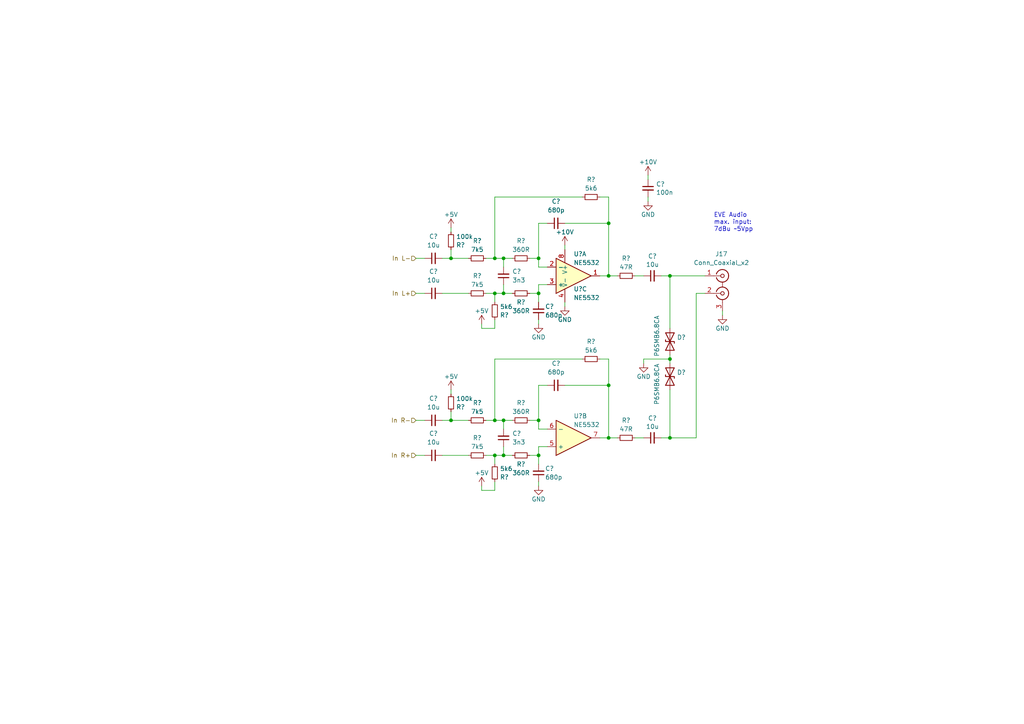
<source format=kicad_sch>
(kicad_sch (version 20230121) (generator eeschema)
  (paper "A4")
  (title_block (title "SmallDSP") (date "2023-10-12") (rev "1.1") (company "Till Heuer"))
  (junction (at 156.21 85.09))
  (junction (at 194.31 80.01))
  (junction (at 156.21 74.93))
  (junction (at 146.05 132.08))
  (junction (at 176.53 127))
  (junction (at 143.51 121.92))
  (junction (at 176.53 111.76))
  (junction (at 143.51 74.93))
  (junction (at 143.51 85.09))
  (junction (at 194.31 127))
  (junction (at 176.53 64.77))
  (junction (at 146.05 74.93))
  (junction (at 146.05 121.92))
  (junction (at 130.81 121.92))
  (junction (at 156.21 132.08))
  (junction (at 143.51 132.08))
  (junction (at 176.53 80.01))
  (junction (at 156.21 121.92))
  (junction (at 130.81 74.93))
  (junction (at 146.05 85.09))
  (junction (at 194.31 104.14))
  (wire (pts (xy 176.53 127) (xy 173.99 127)))
  (wire (pts (xy 140.97 132.08) (xy 143.51 132.08)))
  (wire (pts (xy 130.81 121.92) (xy 135.89 121.92)))
  (wire (pts (xy 148.59 85.09) (xy 146.05 85.09)))
  (wire (pts (xy 130.81 74.93) (xy 135.89 74.93)))
  (wire (pts (xy 143.51 57.15) (xy 143.51 74.93)))
  (wire (pts (xy 146.05 85.09) (xy 146.05 82.55)))
  (wire (pts (xy 176.53 104.14) (xy 176.53 111.76)))
  (wire (pts (xy 128.27 74.93) (xy 130.81 74.93)))
  (wire (pts (xy 139.7 95.25) (xy 143.51 95.25)))
  (wire (pts (xy 156.21 85.09) (xy 156.21 87.63)))
  (wire (pts (xy 194.31 104.14) (xy 186.69 104.14)))
  (wire (pts (xy 143.51 104.14) (xy 143.51 121.92)))
  (wire (pts (xy 163.83 87.63) (xy 163.83 88.9)))
  (wire (pts (xy 163.83 111.76) (xy 176.53 111.76)))
  (wire (pts (xy 120.65 74.93) (xy 123.19 74.93)))
  (wire (pts (xy 186.69 104.14) (xy 186.69 105.41)))
  (wire (pts (xy 139.7 142.24) (xy 139.7 140.97)))
  (wire (pts (xy 204.47 80.01) (xy 194.31 80.01)))
  (wire (pts (xy 186.69 127) (xy 184.15 127)))
  (wire (pts (xy 156.21 124.46) (xy 158.75 124.46)))
  (wire (pts (xy 156.21 77.47) (xy 158.75 77.47)))
  (wire (pts (xy 176.53 111.76) (xy 176.53 127)))
  (wire (pts (xy 158.75 64.77) (xy 156.21 64.77)))
  (wire (pts (xy 156.21 111.76) (xy 156.21 121.92)))
  (wire (pts (xy 130.81 121.92) (xy 130.81 119.38)))
  (wire (pts (xy 158.75 111.76) (xy 156.21 111.76)))
  (wire (pts (xy 173.99 104.14) (xy 176.53 104.14)))
  (wire (pts (xy 130.81 74.93) (xy 130.81 72.39)))
  (wire (pts (xy 156.21 77.47) (xy 156.21 74.93)))
  (wire (pts (xy 156.21 132.08) (xy 156.21 134.62)))
  (wire (pts (xy 120.65 85.09) (xy 123.19 85.09)))
  (wire (pts (xy 128.27 85.09) (xy 135.89 85.09)))
  (wire (pts (xy 201.93 85.09) (xy 204.47 85.09)))
  (wire (pts (xy 168.91 104.14) (xy 143.51 104.14)))
  (wire (pts (xy 186.69 80.01) (xy 184.15 80.01)))
  (wire (pts (xy 143.51 87.63) (xy 143.51 85.09)))
  (wire (pts (xy 143.51 134.62) (xy 143.51 132.08)))
  (wire (pts (xy 153.67 85.09) (xy 156.21 85.09)))
  (wire (pts (xy 140.97 121.92) (xy 143.51 121.92)))
  (wire (pts (xy 194.31 127) (xy 201.93 127)))
  (wire (pts (xy 120.65 132.08) (xy 123.19 132.08)))
  (wire (pts (xy 187.96 50.8) (xy 187.96 52.07)))
  (wire (pts (xy 143.51 95.25) (xy 143.51 92.71)))
  (wire (pts (xy 191.77 127) (xy 194.31 127)))
  (wire (pts (xy 140.97 74.93) (xy 143.51 74.93)))
  (wire (pts (xy 140.97 85.09) (xy 143.51 85.09)))
  (wire (pts (xy 153.67 74.93) (xy 156.21 74.93)))
  (wire (pts (xy 201.93 127) (xy 201.93 85.09)))
  (wire (pts (xy 187.96 57.15) (xy 187.96 58.42)))
  (wire (pts (xy 146.05 132.08) (xy 146.05 129.54)))
  (wire (pts (xy 139.7 142.24) (xy 143.51 142.24)))
  (wire (pts (xy 176.53 80.01) (xy 173.99 80.01)))
  (wire (pts (xy 143.51 74.93) (xy 146.05 74.93)))
  (wire (pts (xy 176.53 80.01) (xy 179.07 80.01)))
  (wire (pts (xy 194.31 102.87) (xy 194.31 104.14)))
  (wire (pts (xy 194.31 80.01) (xy 194.31 95.25)))
  (wire (pts (xy 143.51 85.09) (xy 146.05 85.09)))
  (wire (pts (xy 143.51 142.24) (xy 143.51 139.7)))
  (wire (pts (xy 191.77 80.01) (xy 194.31 80.01)))
  (wire (pts (xy 194.31 104.14) (xy 194.31 105.41)))
  (wire (pts (xy 153.67 132.08) (xy 156.21 132.08)))
  (wire (pts (xy 168.91 57.15) (xy 143.51 57.15)))
  (wire (pts (xy 143.51 121.92) (xy 146.05 121.92)))
  (wire (pts (xy 156.21 132.08) (xy 156.21 129.54)))
  (wire (pts (xy 128.27 121.92) (xy 130.81 121.92)))
  (wire (pts (xy 153.67 121.92) (xy 156.21 121.92)))
  (wire (pts (xy 156.21 139.7) (xy 156.21 140.97)))
  (wire (pts (xy 146.05 74.93) (xy 148.59 74.93)))
  (wire (pts (xy 146.05 77.47) (xy 146.05 74.93)))
  (wire (pts (xy 148.59 132.08) (xy 146.05 132.08)))
  (wire (pts (xy 176.53 64.77) (xy 176.53 80.01)))
  (wire (pts (xy 128.27 132.08) (xy 135.89 132.08)))
  (wire (pts (xy 146.05 121.92) (xy 148.59 121.92)))
  (wire (pts (xy 130.81 114.3) (xy 130.81 113.03)))
  (wire (pts (xy 156.21 64.77) (xy 156.21 74.93)))
  (wire (pts (xy 156.21 85.09) (xy 156.21 82.55)))
  (wire (pts (xy 163.83 64.77) (xy 176.53 64.77)))
  (wire (pts (xy 176.53 127) (xy 179.07 127)))
  (wire (pts (xy 156.21 129.54) (xy 158.75 129.54)))
  (wire (pts (xy 194.31 113.03) (xy 194.31 127)))
  (wire (pts (xy 156.21 82.55) (xy 158.75 82.55)))
  (wire (pts (xy 163.83 71.12) (xy 163.83 72.39)))
  (wire (pts (xy 120.65 121.92) (xy 123.19 121.92)))
  (wire (pts (xy 176.53 57.15) (xy 176.53 64.77)))
  (wire (pts (xy 143.51 132.08) (xy 146.05 132.08)))
  (wire (pts (xy 156.21 124.46) (xy 156.21 121.92)))
  (wire (pts (xy 173.99 57.15) (xy 176.53 57.15)))
  (wire (pts (xy 156.21 92.71) (xy 156.21 93.98)))
  (wire (pts (xy 130.81 67.31) (xy 130.81 66.04)))
  (wire (pts (xy 209.55 90.17) (xy 209.55 91.44)))
  (wire (pts (xy 139.7 95.25) (xy 139.7 93.98)))
  (wire (pts (xy 146.05 124.46) (xy 146.05 121.92)))
  (text "EVE Audio\nmax. input:\n7dBu ~5Vpp" (at 207.01 67.31 0) (effects (font (size 1.27 1.27)) (justify left bottom)))
  (hierarchical_label "In R-" (shape input) (at 120.65 121.92 180))
  (hierarchical_label "In L-" (shape input) (at 120.65 74.93 180))
  (hierarchical_label "In L+" (shape input) (at 120.65 85.09 180))
  (hierarchical_label "In R+" (shape input) (at 120.65 132.08 180))
  (symbol (lib_id "Device:R_Small") (at 171.45 104.14 270) (unit 1)
    (property "Reference" "R?" (at 171.45 99.06 90))
    (property "Value" "5k6" (at 171.45 101.6 90))
    (property "Manufacturer" "UNI-ROYAL(Uniroyal Elec)" (effects hide))
    (property "Tolerance" "1%" (effects hide))
    (property "Assembling" "X" (effects hide))
    (instances (project "BluetoothAudio" (path "" (reference "R?") (unit 1))) (project "SmallDSPMaxi" (path "" (reference "R41") (unit 1)) (path "" (reference "R158") (unit 1)) (path "" (reference "R174") (unit 1)) (path "" (reference "R190") (unit 1)) (path "" (reference "R206") (unit 1)) (path "" (reference "R222") (unit 1)) (path "" (reference "R238") (unit 1)) (path "" (reference "R254") (unit 1)) (path "" (reference "R270") (unit 1)) (path "" (reference "R366") (unit 1)) (path "" (reference "R382") (unit 1)) (path "" (reference "R350") (unit 1)) (path "" (reference "R286") (unit 1)) (path "" (reference "R302") (unit 1)) (path "" (reference "R318") (unit 1)) (path "" (reference "R334") (unit 1))) (project "Active_Monitor_Router" (path "" (reference "R?") (unit 1)) (path "" (reference "R?") (unit 1)) (path "" (reference "R?") (unit 1))))
  )
  (symbol (lib_id "Device:R_Small") (at 138.43 132.08 270) (unit 1)
    (property "Reference" "R?" (at 138.43 127 90))
    (property "Value" "7k5" (at 138.43 129.54 90))
    (property "Manufacturer" "UNI-ROYAL(Uniroyal Elec)" (effects hide))
    (property "Tolerance" "1%" (effects hide))
    (property "Assembling" "X" (effects hide))
    (instances (project "BluetoothAudio" (path "" (reference "R?") (unit 1))) (project "SmallDSPMaxi" (path "" (reference "R37") (unit 1)) (path "" (reference "R150") (unit 1)) (path "" (reference "R166") (unit 1)) (path "" (reference "R182") (unit 1)) (path "" (reference "R198") (unit 1)) (path "" (reference "R214") (unit 1)) (path "" (reference "R230") (unit 1)) (path "" (reference "R246") (unit 1)) (path "" (reference "R262") (unit 1)) (path "" (reference "R358") (unit 1)) (path "" (reference "R374") (unit 1)) (path "" (reference "R342") (unit 1)) (path "" (reference "R278") (unit 1)) (path "" (reference "R294") (unit 1)) (path "" (reference "R310") (unit 1)) (path "" (reference "R326") (unit 1))) (project "Active_Monitor_Router" (path "" (reference "R?") (unit 1)) (path "" (reference "R?") (unit 1)) (path "" (reference "R?") (unit 1))))
  )
  (symbol (lib_id "Device:R_Small") (at 138.43 74.93 270) (unit 1)
    (property "Reference" "R?" (at 138.43 69.85 90))
    (property "Value" "7k5" (at 138.43 72.39 90))
    (property "Manufacturer" "UNI-ROYAL(Uniroyal Elec)" (effects hide))
    (property "Tolerance" "1%" (effects hide))
    (property "Assembling" "X" (effects hide))
    (instances (project "BluetoothAudio" (path "" (reference "R?") (unit 1))) (project "SmallDSPMaxi" (path "" (reference "R28") (unit 1)) (path "" (reference "R147") (unit 1)) (path "" (reference "R163") (unit 1)) (path "" (reference "R179") (unit 1)) (path "" (reference "R195") (unit 1)) (path "" (reference "R211") (unit 1)) (path "" (reference "R227") (unit 1)) (path "" (reference "R243") (unit 1)) (path "" (reference "R259") (unit 1)) (path "" (reference "R355") (unit 1)) (path "" (reference "R371") (unit 1)) (path "" (reference "R339") (unit 1)) (path "" (reference "R275") (unit 1)) (path "" (reference "R291") (unit 1)) (path "" (reference "R307") (unit 1)) (path "" (reference "R323") (unit 1))) (project "Active_Monitor_Router" (path "" (reference "R?") (unit 1)) (path "" (reference "R?") (unit 1)) (path "" (reference "R?") (unit 1))))
  )
  (symbol (lib_id "Device:C_Small") (at 156.21 137.16 180) (unit 1)
    (property "Reference" "C?" (at 158.115 135.89 0) (effects (justify right)))
    (property "Value" "680p" (at 158.115 138.43 0) (effects (justify right)))
    (property "Dielectric" "X7R" (effects hide))
    (property "Rated Voltage" "50V" (effects hide))
    (property "Tolerance" "10%" (effects hide))
    (property "Notes" "C0G better" (effects hide))
    (property "Assembling" "X" (effects hide))
    (instances (project "BluetoothAudio" (path "" (reference "C?") (unit 1))) (project "SmallDSPMaxi" (path "" (reference "C26") (unit 1)) (path "" (reference "C199") (unit 1)) (path "" (reference "C212") (unit 1)) (path "" (reference "C225") (unit 1)) (path "" (reference "C238") (unit 1)) (path "" (reference "C251") (unit 1)) (path "" (reference "C264") (unit 1)) (path "" (reference "C277") (unit 1)) (path "" (reference "C290") (unit 1)) (path "" (reference "C368") (unit 1)) (path "" (reference "C381") (unit 1)) (path "" (reference "C355") (unit 1)) (path "" (reference "C303") (unit 1)) (path "" (reference "C316") (unit 1)) (path "" (reference "C329") (unit 1)) (path "" (reference "C342") (unit 1))) (project "Active_Monitor_Router" (path "" (reference "C?") (unit 1)) (path "" (reference "C?") (unit 1)) (path "" (reference "C?") (unit 1))))
  )
  (symbol (lib_id "Device:R_Small") (at 151.13 74.93 270) (unit 1)
    (property "Reference" "R?" (at 151.13 69.85 90))
    (property "Value" "360R" (at 151.13 72.39 90))
    (property "Manufacturer" "UNI-ROYAL(Uniroyal Elec)" (effects hide))
    (property "Tolerance" "1%" (effects hide))
    (property "Assembling" "X" (effects hide))
    (instances (project "BluetoothAudio" (path "" (reference "R?") (unit 1))) (project "SmallDSPMaxi" (path "" (reference "R29") (unit 1)) (path "" (reference "R153") (unit 1)) (path "" (reference "R169") (unit 1)) (path "" (reference "R185") (unit 1)) (path "" (reference "R201") (unit 1)) (path "" (reference "R217") (unit 1)) (path "" (reference "R233") (unit 1)) (path "" (reference "R249") (unit 1)) (path "" (reference "R265") (unit 1)) (path "" (reference "R361") (unit 1)) (path "" (reference "R377") (unit 1)) (path "" (reference "R345") (unit 1)) (path "" (reference "R281") (unit 1)) (path "" (reference "R297") (unit 1)) (path "" (reference "R313") (unit 1)) (path "" (reference "R329") (unit 1))) (project "Active_Monitor_Router" (path "" (reference "R?") (unit 1)) (path "" (reference "R?") (unit 1)) (path "" (reference "R?") (unit 1))))
  )
  (symbol (lib_id "Device:C_Small") (at 125.73 85.09 90) (unit 1)
    (property "Reference" "C?" (at 125.7363 78.74 90))
    (property "Value" "10u" (at 125.7363 81.28 90))
    (property "Footprint" "Capacitor_SMD:C_1206_3216Metric" (effects hide))
    (property "Dielectric" "X7R" (effects hide))
    (property "Rated Voltage" "50V" (effects hide))
    (property "Assembling" "X" (effects hide))
    (property "JLC Part Number" "C1848" (effects hide))
    (property "Manufacturer" "Samsung Electro-Mechanics" (effects hide))
    (property "Part Number" "CL31B105KBHNNNE" (effects hide))
    (property "Tolerance" "10%" (effects hide))
    (instances (project "SmallDSPMaxi" (path "" (reference "C?") (unit 1)) (path "" (reference "C?") (unit 1)) (path "" (reference "C22") (unit 1)) (path "" (reference "C193") (unit 1)) (path "" (reference "C206") (unit 1)) (path "" (reference "C219") (unit 1)) (path "" (reference "C232") (unit 1)) (path "" (reference "C245") (unit 1)) (path "" (reference "C258") (unit 1)) (path "" (reference "C271") (unit 1)) (path "" (reference "C284") (unit 1)) (path "" (reference "C297") (unit 1)) (path "" (reference "C310") (unit 1)) (path "" (reference "C323") (unit 1)) (path "" (reference "C336") (unit 1)) (path "" (reference "C349") (unit 1)) (path "" (reference "C362") (unit 1)) (path "" (reference "C375") (unit 1))))
  )
  (symbol (lib_id "power:+10V") (at 187.96 50.8 0) (unit 1)
    (property "Reference" "#PWR?" (effects hide))
    (property "Value" "+10V" (at 187.96 46.99 0))
    (instances (project "SmallDSPMaxi" (path "" (reference "#PWR?") (unit 1)) (path "" (reference "#PWR?") (unit 1)) (path "" (reference "#PWR?") (unit 1)) (path "" (reference "#PWR0150") (unit 1)) (path "" (reference "#PWR0349") (unit 1)) (path "" (reference "#PWR0361") (unit 1)) (path "" (reference "#PWR0373") (unit 1)) (path "" (reference "#PWR0385") (unit 1)) (path "" (reference "#PWR0397") (unit 1)) (path "" (reference "#PWR0409") (unit 1)) (path "" (reference "#PWR0421") (unit 1)) (path "" (reference "#PWR0433") (unit 1)) (path "" (reference "#PWR0445") (unit 1)) (path "" (reference "#PWR0457") (unit 1)) (path "" (reference "#PWR0469") (unit 1)) (path "" (reference "#PWR0481") (unit 1)) (path "" (reference "#PWR0493") (unit 1)) (path "" (reference "#PWR0505") (unit 1)) (path "" (reference "#PWR0517") (unit 1))))
  )
  (symbol (lib_id "Device:D_TVS") (at 194.31 99.06 90) (unit 1)
    (property "Reference" "D?" (at 196.342 97.8479 90) (effects (justify right)))
    (property "Value" "P6SMB6.8CA" (at 190.5 91.44 0) (effects (justify right)))
    (property "Footprint" "Diode_SMD:D_SMB" (effects hide))
    (property "Assembling" "X" (effects hide))
    (property "JLC Part Number" "C78395" (effects hide))
    (property "Manufacturer" "Brightking" (effects hide))
    (property "Part Number" "P6SMB6.8CA/TR13" (effects hide))
    (instances (project "SmallDSPMaxi" (path "" (reference "D?") (unit 1)) (path "" (reference "D12") (unit 1)) (path "" (reference "D39") (unit 1)) (path "" (reference "D41") (unit 1)) (path "" (reference "D43") (unit 1)) (path "" (reference "D45") (unit 1)) (path "" (reference "D47") (unit 1)) (path "" (reference "D49") (unit 1)) (path "" (reference "D51") (unit 1)) (path "" (reference "D53") (unit 1)) (path "" (reference "D55") (unit 1)) (path "" (reference "D57") (unit 1)) (path "" (reference "D59") (unit 1)) (path "" (reference "D61") (unit 1)) (path "" (reference "D63") (unit 1)) (path "" (reference "D65") (unit 1)) (path "" (reference "D67") (unit 1))))
  )
  (symbol (lib_id "Device:D_TVS") (at 194.31 109.22 90) (unit 1)
    (property "Reference" "D?" (at 196.342 108.0079 90) (effects (justify right)))
    (property "Value" "P6SMB6.8CA" (at 190.5 105.41 0) (effects (justify right)))
    (property "Footprint" "Diode_SMD:D_SMB" (effects hide))
    (property "Assembling" "X" (effects hide))
    (property "JLC Part Number" "C78395" (effects hide))
    (property "Manufacturer" "Brightking" (effects hide))
    (property "Part Number" "P6SMB6.8CA/TR13" (effects hide))
    (instances (project "SmallDSPMaxi" (path "" (reference "D?") (unit 1)) (path "" (reference "D13") (unit 1)) (path "" (reference "D40") (unit 1)) (path "" (reference "D42") (unit 1)) (path "" (reference "D44") (unit 1)) (path "" (reference "D46") (unit 1)) (path "" (reference "D48") (unit 1)) (path "" (reference "D50") (unit 1)) (path "" (reference "D52") (unit 1)) (path "" (reference "D54") (unit 1)) (path "" (reference "D56") (unit 1)) (path "" (reference "D58") (unit 1)) (path "" (reference "D60") (unit 1)) (path "" (reference "D62") (unit 1)) (path "" (reference "D64") (unit 1)) (path "" (reference "D66") (unit 1)) (path "" (reference "D68") (unit 1))))
  )
  (symbol (lib_id "Device:R_Small") (at 151.13 132.08 270) (mirror x) (unit 1)
    (property "Reference" "R?" (at 151.13 134.62 90))
    (property "Value" "360R" (at 151.13 137.16 90))
    (property "Manufacturer" "UNI-ROYAL(Uniroyal Elec)" (effects hide))
    (property "Tolerance" "1%" (effects hide))
    (property "Assembling" "X" (effects hide))
    (instances (project "BluetoothAudio" (path "" (reference "R?") (unit 1))) (project "SmallDSPMaxi" (path "" (reference "R40") (unit 1)) (path "" (reference "R156") (unit 1)) (path "" (reference "R172") (unit 1)) (path "" (reference "R188") (unit 1)) (path "" (reference "R204") (unit 1)) (path "" (reference "R220") (unit 1)) (path "" (reference "R236") (unit 1)) (path "" (reference "R252") (unit 1)) (path "" (reference "R268") (unit 1)) (path "" (reference "R364") (unit 1)) (path "" (reference "R380") (unit 1)) (path "" (reference "R348") (unit 1)) (path "" (reference "R284") (unit 1)) (path "" (reference "R300") (unit 1)) (path "" (reference "R316") (unit 1)) (path "" (reference "R332") (unit 1))) (project "Active_Monitor_Router" (path "" (reference "R?") (unit 1)) (path "" (reference "R?") (unit 1)) (path "" (reference "R?") (unit 1))))
  )
  (symbol (lib_id "Device:R_Small") (at 171.45 57.15 270) (unit 1)
    (property "Reference" "R?" (at 171.45 52.07 90))
    (property "Value" "5k6" (at 171.45 54.61 90))
    (property "Manufacturer" "UNI-ROYAL(Uniroyal Elec)" (effects hide))
    (property "Tolerance" "1%" (effects hide))
    (property "Assembling" "X" (effects hide))
    (instances (project "BluetoothAudio" (path "" (reference "R?") (unit 1))) (project "SmallDSPMaxi" (path "" (reference "R30") (unit 1)) (path "" (reference "R157") (unit 1)) (path "" (reference "R173") (unit 1)) (path "" (reference "R189") (unit 1)) (path "" (reference "R205") (unit 1)) (path "" (reference "R221") (unit 1)) (path "" (reference "R237") (unit 1)) (path "" (reference "R253") (unit 1)) (path "" (reference "R269") (unit 1)) (path "" (reference "R365") (unit 1)) (path "" (reference "R381") (unit 1)) (path "" (reference "R349") (unit 1)) (path "" (reference "R285") (unit 1)) (path "" (reference "R301") (unit 1)) (path "" (reference "R317") (unit 1)) (path "" (reference "R333") (unit 1))) (project "Active_Monitor_Router" (path "" (reference "R?") (unit 1)) (path "" (reference "R?") (unit 1)) (path "" (reference "R?") (unit 1))))
  )
  (symbol (lib_id "Device:C_Small") (at 156.21 90.17 180) (unit 1)
    (property "Reference" "C?" (at 158.115 88.9 0) (effects (justify right)))
    (property "Value" "680p" (at 158.115 91.44 0) (effects (justify right)))
    (property "Dielectric" "X7R" (effects hide))
    (property "Rated Voltage" "50V" (effects hide))
    (property "Tolerance" "10%" (effects hide))
    (property "Notes" "C0G better" (effects hide))
    (property "Assembling" "X" (effects hide))
    (instances (project "BluetoothAudio" (path "" (reference "C?") (unit 1))) (project "SmallDSPMaxi" (path "" (reference "C16") (unit 1)) (path "" (reference "C198") (unit 1)) (path "" (reference "C211") (unit 1)) (path "" (reference "C224") (unit 1)) (path "" (reference "C237") (unit 1)) (path "" (reference "C250") (unit 1)) (path "" (reference "C263") (unit 1)) (path "" (reference "C276") (unit 1)) (path "" (reference "C289") (unit 1)) (path "" (reference "C367") (unit 1)) (path "" (reference "C380") (unit 1)) (path "" (reference "C354") (unit 1)) (path "" (reference "C302") (unit 1)) (path "" (reference "C315") (unit 1)) (path "" (reference "C328") (unit 1)) (path "" (reference "C341") (unit 1))) (project "Active_Monitor_Router" (path "" (reference "C?") (unit 1)) (path "" (reference "C?") (unit 1)) (path "" (reference "C?") (unit 1))))
  )
  (symbol (lib_id "Device:R_Small") (at 181.61 127 270) (unit 1)
    (property "Reference" "R?" (at 181.61 121.92 90))
    (property "Value" "47R" (at 181.61 124.46 90))
    (property "Manufacturer" "UNI-ROYAL(Uniroyal Elec)" (effects hide))
    (property "Tolerance" "1%" (effects hide))
    (property "Assembling" "X" (effects hide))
    (instances (project "BluetoothAudio" (path "" (reference "R?") (unit 1))) (project "SmallDSPMaxi" (path "" (reference "R42") (unit 1)) (path "" (reference "R160") (unit 1)) (path "" (reference "R176") (unit 1)) (path "" (reference "R192") (unit 1)) (path "" (reference "R208") (unit 1)) (path "" (reference "R224") (unit 1)) (path "" (reference "R240") (unit 1)) (path "" (reference "R256") (unit 1)) (path "" (reference "R272") (unit 1)) (path "" (reference "R368") (unit 1)) (path "" (reference "R384") (unit 1)) (path "" (reference "R352") (unit 1)) (path "" (reference "R288") (unit 1)) (path "" (reference "R304") (unit 1)) (path "" (reference "R320") (unit 1)) (path "" (reference "R336") (unit 1))) (project "Active_Monitor_Router" (path "" (reference "R?") (unit 1)) (path "" (reference "R?") (unit 1)) (path "" (reference "R?") (unit 1))))
  )
  (symbol (lib_id "Device:R_Small") (at 151.13 85.09 270) (mirror x) (unit 1)
    (property "Reference" "R?" (at 151.13 87.63 90))
    (property "Value" "360R" (at 151.13 90.17 90))
    (property "Manufacturer" "UNI-ROYAL(Uniroyal Elec)" (effects hide))
    (property "Tolerance" "1%" (effects hide))
    (property "Assembling" "X" (effects hide))
    (instances (project "BluetoothAudio" (path "" (reference "R?") (unit 1))) (project "SmallDSPMaxi" (path "" (reference "R31") (unit 1)) (path "" (reference "R154") (unit 1)) (path "" (reference "R170") (unit 1)) (path "" (reference "R186") (unit 1)) (path "" (reference "R202") (unit 1)) (path "" (reference "R218") (unit 1)) (path "" (reference "R234") (unit 1)) (path "" (reference "R250") (unit 1)) (path "" (reference "R266") (unit 1)) (path "" (reference "R362") (unit 1)) (path "" (reference "R378") (unit 1)) (path "" (reference "R346") (unit 1)) (path "" (reference "R282") (unit 1)) (path "" (reference "R298") (unit 1)) (path "" (reference "R314") (unit 1)) (path "" (reference "R330") (unit 1))) (project "Active_Monitor_Router" (path "" (reference "R?") (unit 1)) (path "" (reference "R?") (unit 1)) (path "" (reference "R?") (unit 1))))
  )
  (symbol (lib_id "Device:R_Small") (at 143.51 90.17 0) (mirror y) (unit 1)
    (property "Reference" "R?" (at 145.0086 91.3821 0) (effects (justify right)))
    (property "Value" "5k6" (at 145.0086 88.9579 0) (effects (justify right)))
    (property "Assembling" "X" (effects hide))
    (property "Manufacturer" "UNI-ROYAL(Uniroyal Elec)" (effects hide))
    (property "Tolerance" "1%" (effects hide))
    (instances (project "SmallDSPMaxi" (path "" (reference "R?") (unit 1)) (path "" (reference "R?") (unit 1)) (path "" (reference "R32") (unit 1)) (path "" (reference "R151") (unit 1)) (path "" (reference "R167") (unit 1)) (path "" (reference "R183") (unit 1)) (path "" (reference "R199") (unit 1)) (path "" (reference "R215") (unit 1)) (path "" (reference "R231") (unit 1)) (path "" (reference "R247") (unit 1)) (path "" (reference "R263") (unit 1)) (path "" (reference "R279") (unit 1)) (path "" (reference "R295") (unit 1)) (path "" (reference "R311") (unit 1)) (path "" (reference "R327") (unit 1)) (path "" (reference "R343") (unit 1)) (path "" (reference "R359") (unit 1)) (path "" (reference "R375") (unit 1))))
  )
  (symbol (lib_id "Connector:Conn_Coaxial_x2") (at 209.55 82.55 0) (unit 1)
    (property "Reference" "J17" (at 209.2326 73.66 0))
    (property "Value" "Conn_Coaxial_x2" (at 209.2326 76.2 0))
    (property "Datasheet" " ~" (effects hide))
    (instances (project "SmallDSPMaxi" (path "" (reference "J17") (unit 1)) (path "" (reference "J13") (unit 1)) (path "" (reference "J14") (unit 1)) (path "" (reference "J15") (unit 1)) (path "" (reference "J18") (unit 1)) (path "" (reference "J19") (unit 1)) (path "" (reference "J20") (unit 1)) (path "" (reference "J21") (unit 1)) (path "" (reference "J22") (unit 1)) (path "" (reference "J23") (unit 1)) (path "" (reference "J24") (unit 1)) (path "" (reference "J25") (unit 1)) (path "" (reference "J26") (unit 1)) (path "" (reference "J27") (unit 1)) (path "" (reference "J28") (unit 1)) (path "" (reference "J29") (unit 1)) (path "" (reference "J30") (unit 1))))
  )
  (symbol (lib_id "Device:Opamp_Dual") (at 166.37 80.01 0) (unit 3)
    (property "Reference" "U?" (at 166.37 83.82 0) (effects (justify left)))
    (property "Value" "NE5532" (at 166.37 86.36 0) (effects (justify left)))
    (property "Footprint" "Package_SO:SOIC-8_3.9x4.9mm_P1.27mm" (effects hide))
    (property "Manufacturer" "Texas Instruments" (effects hide))
    (property "Part Number" "NE5532DR" (effects hide))
    (property "Assembling" "X" (effects hide))
    (property "JLC Part Number" "C7426" (effects hide))
    (instances (project "SmallDSPMaxi" (path "" (reference "U?") (unit 3)) (path "" (reference "U?") (unit 3)) (path "" (reference "U8") (unit 3)) (path "" (reference "U24") (unit 3)) (path "" (reference "U25") (unit 3)) (path "" (reference "U26") (unit 3)) (path "" (reference "U27") (unit 3)) (path "" (reference "U28") (unit 3)) (path "" (reference "U29") (unit 3)) (path "" (reference "U30") (unit 3)) (path "" (reference "U31") (unit 3)) (path "" (reference "U32") (unit 3)) (path "" (reference "U33") (unit 3)) (path "" (reference "U34") (unit 3)) (path "" (reference "U35") (unit 3)) (path "" (reference "U36") (unit 3)) (path "" (reference "U37") (unit 3)) (path "" (reference "U38") (unit 3))))
  )
  (symbol (lib_id "power:+5V") (at 139.7 140.97 0) (unit 1)
    (property "Reference" "#PWR?" (effects hide))
    (property "Value" "+5V" (at 139.7 137.16 0))
    (instances (project "SmallDSPMaxi" (path "" (reference "#PWR?") (unit 1)) (path "" (reference "#PWR?") (unit 1)) (path "" (reference "#PWR083") (unit 1)) (path "" (reference "#PWR0343") (unit 1)) (path "" (reference "#PWR0355") (unit 1)) (path "" (reference "#PWR0367") (unit 1)) (path "" (reference "#PWR0379") (unit 1)) (path "" (reference "#PWR0391") (unit 1)) (path "" (reference "#PWR0403") (unit 1)) (path "" (reference "#PWR0415") (unit 1)) (path "" (reference "#PWR0427") (unit 1)) (path "" (reference "#PWR0439") (unit 1)) (path "" (reference "#PWR0451") (unit 1)) (path "" (reference "#PWR0463") (unit 1)) (path "" (reference "#PWR0475") (unit 1)) (path "" (reference "#PWR0487") (unit 1)) (path "" (reference "#PWR0499") (unit 1)) (path "" (reference "#PWR0511") (unit 1))))
  )
  (symbol (lib_id "power:GND") (at 186.69 105.41 0) (mirror y) (unit 1)
    (property "Reference" "#PWR?" (effects hide))
    (property "Value" "GND" (at 186.69 109.22 0))
    (instances (project "SmallDSPMaxi" (path "" (reference "#PWR?") (unit 1)) (path "" (reference "#PWR0160") (unit 1)) (path "" (reference "#PWR0348") (unit 1)) (path "" (reference "#PWR0360") (unit 1)) (path "" (reference "#PWR0372") (unit 1)) (path "" (reference "#PWR0384") (unit 1)) (path "" (reference "#PWR0396") (unit 1)) (path "" (reference "#PWR0408") (unit 1)) (path "" (reference "#PWR0420") (unit 1)) (path "" (reference "#PWR0432") (unit 1)) (path "" (reference "#PWR0444") (unit 1)) (path "" (reference "#PWR0456") (unit 1)) (path "" (reference "#PWR0468") (unit 1)) (path "" (reference "#PWR0480") (unit 1)) (path "" (reference "#PWR0492") (unit 1)) (path "" (reference "#PWR0504") (unit 1)) (path "" (reference "#PWR0516") (unit 1))))
  )
  (symbol (lib_id "power:GND") (at 156.21 93.98 0) (unit 1)
    (property "Reference" "#PWR?" (effects hide))
    (property "Value" "GND" (at 156.21 97.79 0))
    (instances (project "SmallDSPMaxi" (path "" (reference "#PWR?") (unit 1)) (path "" (reference "#PWR?") (unit 1)) (path "" (reference "#PWR080") (unit 1)) (path "" (reference "#PWR0344") (unit 1)) (path "" (reference "#PWR0356") (unit 1)) (path "" (reference "#PWR0368") (unit 1)) (path "" (reference "#PWR0380") (unit 1)) (path "" (reference "#PWR0392") (unit 1)) (path "" (reference "#PWR0404") (unit 1)) (path "" (reference "#PWR0416") (unit 1)) (path "" (reference "#PWR0428") (unit 1)) (path "" (reference "#PWR0440") (unit 1)) (path "" (reference "#PWR0452") (unit 1)) (path "" (reference "#PWR0464") (unit 1)) (path "" (reference "#PWR0476") (unit 1)) (path "" (reference "#PWR0488") (unit 1)) (path "" (reference "#PWR0500") (unit 1)) (path "" (reference "#PWR0512") (unit 1))))
  )
  (symbol (lib_id "Device:Opamp_Dual") (at 166.37 127 0) (mirror x) (unit 2)
    (property "Reference" "U?" (at 166.37 120.65 0) (effects (justify left)))
    (property "Value" "NE5532" (at 166.37 123.19 0) (effects (justify left)))
    (property "Footprint" "Package_SO:SOIC-8_3.9x4.9mm_P1.27mm" (effects hide))
    (property "Manufacturer" "Texas Instruments" (effects hide))
    (property "Part Number" "NE5532DR" (effects hide))
    (property "Assembling" "X" (effects hide))
    (property "JLC Part Number" "C7426" (effects hide))
    (instances (project "SmallDSPMaxi" (path "" (reference "U?") (unit 2)) (path "" (reference "U?") (unit 2)) (path "" (reference "U8") (unit 2)) (path "" (reference "U24") (unit 2)) (path "" (reference "U25") (unit 2)) (path "" (reference "U26") (unit 2)) (path "" (reference "U27") (unit 2)) (path "" (reference "U28") (unit 2)) (path "" (reference "U29") (unit 2)) (path "" (reference "U30") (unit 2)) (path "" (reference "U31") (unit 2)) (path "" (reference "U32") (unit 2)) (path "" (reference "U33") (unit 2)) (path "" (reference "U34") (unit 2)) (path "" (reference "U35") (unit 2)) (path "" (reference "U36") (unit 2)) (path "" (reference "U37") (unit 2)) (path "" (reference "U38") (unit 2))))
  )
  (symbol (lib_id "power:+5V") (at 130.81 113.03 0) (unit 1)
    (property "Reference" "#PWR?" (effects hide))
    (property "Value" "+5V" (at 130.81 109.22 0))
    (instances (project "SmallDSPMaxi" (path "" (reference "#PWR?") (unit 1)) (path "" (reference "#PWR?") (unit 1)) (path "" (reference "#PWR082") (unit 1)) (path "" (reference "#PWR0341") (unit 1)) (path "" (reference "#PWR0353") (unit 1)) (path "" (reference "#PWR0365") (unit 1)) (path "" (reference "#PWR0377") (unit 1)) (path "" (reference "#PWR0389") (unit 1)) (path "" (reference "#PWR0401") (unit 1)) (path "" (reference "#PWR0413") (unit 1)) (path "" (reference "#PWR0425") (unit 1)) (path "" (reference "#PWR0437") (unit 1)) (path "" (reference "#PWR0449") (unit 1)) (path "" (reference "#PWR0461") (unit 1)) (path "" (reference "#PWR0473") (unit 1)) (path "" (reference "#PWR0485") (unit 1)) (path "" (reference "#PWR0497") (unit 1)) (path "" (reference "#PWR0509") (unit 1))))
  )
  (symbol (lib_id "power:GND") (at 187.96 58.42 0) (unit 1)
    (property "Reference" "#PWR?" (effects hide))
    (property "Value" "GND" (at 187.96 62.23 0))
    (instances (project "SmallDSPMaxi" (path "" (reference "#PWR?") (unit 1)) (path "" (reference "#PWR0151") (unit 1)) (path "" (reference "#PWR0350") (unit 1)) (path "" (reference "#PWR0362") (unit 1)) (path "" (reference "#PWR0374") (unit 1)) (path "" (reference "#PWR0386") (unit 1)) (path "" (reference "#PWR0398") (unit 1)) (path "" (reference "#PWR0410") (unit 1)) (path "" (reference "#PWR0422") (unit 1)) (path "" (reference "#PWR0434") (unit 1)) (path "" (reference "#PWR0446") (unit 1)) (path "" (reference "#PWR0458") (unit 1)) (path "" (reference "#PWR0470") (unit 1)) (path "" (reference "#PWR0482") (unit 1)) (path "" (reference "#PWR0494") (unit 1)) (path "" (reference "#PWR0506") (unit 1)) (path "" (reference "#PWR0518") (unit 1))))
  )
  (symbol (lib_id "Device:C_Small") (at 146.05 80.01 180) (unit 1)
    (property "Reference" "C?" (at 148.59 78.7335 0) (effects (justify right)))
    (property "Value" "3n3" (at 148.59 81.2735 0) (effects (justify right)))
    (property "Dielectric" "X7R" (effects hide))
    (property "Rated Voltage" "50V" (effects hide))
    (property "Tolerance" "10%" (effects hide))
    (property "Notes" "C0G better" (effects hide))
    (property "Assembling" "X" (effects hide))
    (instances (project "BluetoothAudio" (path "" (reference "C?") (unit 1))) (project "SmallDSPMaxi" (path "" (reference "C15") (unit 1)) (path "" (reference "C196") (unit 1)) (path "" (reference "C209") (unit 1)) (path "" (reference "C222") (unit 1)) (path "" (reference "C235") (unit 1)) (path "" (reference "C248") (unit 1)) (path "" (reference "C261") (unit 1)) (path "" (reference "C274") (unit 1)) (path "" (reference "C287") (unit 1)) (path "" (reference "C365") (unit 1)) (path "" (reference "C378") (unit 1)) (path "" (reference "C352") (unit 1)) (path "" (reference "C300") (unit 1)) (path "" (reference "C313") (unit 1)) (path "" (reference "C326") (unit 1)) (path "" (reference "C339") (unit 1))) (project "Active_Monitor_Router" (path "" (reference "C?") (unit 1)) (path "" (reference "C?") (unit 1)) (path "" (reference "C?") (unit 1))))
  )
  (symbol (lib_id "Device:R_Small") (at 130.81 69.85 0) (mirror y) (unit 1)
    (property "Reference" "R?" (at 132.3086 71.0621 0) (effects (justify right)))
    (property "Value" "100k" (at 132.3086 68.6379 0) (effects (justify right)))
    (property "Footprint" "Resistor_SMD:R_0402_1005Metric" (effects hide))
    (property "Assembling" "X" (effects hide))
    (property "JLC Part Number" "C25741" (effects hide))
    (property "Manufacturer" "UNI-ROYAL(Uniroyal Elec)" (effects hide))
    (property "Rated Power" "62.5mW" (effects hide))
    (property "Part Number" "0402WGF1003TCE" (effects hide))
    (property "Tolerance" "1%" (effects hide))
    (instances (project "SmallDSPMaxi" (path "" (reference "R?") (unit 1)) (path "" (reference "R?") (unit 1)) (path "" (reference "R43") (unit 1)) (path "" (reference "R145") (unit 1)) (path "" (reference "R161") (unit 1)) (path "" (reference "R177") (unit 1)) (path "" (reference "R193") (unit 1)) (path "" (reference "R209") (unit 1)) (path "" (reference "R225") (unit 1)) (path "" (reference "R241") (unit 1)) (path "" (reference "R257") (unit 1)) (path "" (reference "R273") (unit 1)) (path "" (reference "R289") (unit 1)) (path "" (reference "R305") (unit 1)) (path "" (reference "R321") (unit 1)) (path "" (reference "R337") (unit 1)) (path "" (reference "R353") (unit 1)) (path "" (reference "R369") (unit 1))))
  )
  (symbol (lib_id "Device:R_Small") (at 138.43 85.09 270) (unit 1)
    (property "Reference" "R?" (at 138.43 80.01 90))
    (property "Value" "7k5" (at 138.43 82.55 90))
    (property "Manufacturer" "UNI-ROYAL(Uniroyal Elec)" (effects hide))
    (property "Tolerance" "1%" (effects hide))
    (property "Assembling" "X" (effects hide))
    (instances (project "BluetoothAudio" (path "" (reference "R?") (unit 1))) (project "SmallDSPMaxi" (path "" (reference "R33") (unit 1)) (path "" (reference "R148") (unit 1)) (path "" (reference "R164") (unit 1)) (path "" (reference "R180") (unit 1)) (path "" (reference "R196") (unit 1)) (path "" (reference "R212") (unit 1)) (path "" (reference "R228") (unit 1)) (path "" (reference "R244") (unit 1)) (path "" (reference "R260") (unit 1)) (path "" (reference "R356") (unit 1)) (path "" (reference "R372") (unit 1)) (path "" (reference "R340") (unit 1)) (path "" (reference "R276") (unit 1)) (path "" (reference "R292") (unit 1)) (path "" (reference "R308") (unit 1)) (path "" (reference "R324") (unit 1))) (project "Active_Monitor_Router" (path "" (reference "R?") (unit 1)) (path "" (reference "R?") (unit 1)) (path "" (reference "R?") (unit 1))))
  )
  (symbol (lib_id "Device:R_Small") (at 138.43 121.92 270) (unit 1)
    (property "Reference" "R?" (at 138.43 116.84 90))
    (property "Value" "7k5" (at 138.43 119.38 90))
    (property "Manufacturer" "UNI-ROYAL(Uniroyal Elec)" (effects hide))
    (property "Tolerance" "1%" (effects hide))
    (property "Assembling" "X" (effects hide))
    (instances (project "BluetoothAudio" (path "" (reference "R?") (unit 1))) (project "SmallDSPMaxi" (path "" (reference "R36") (unit 1)) (path "" (reference "R149") (unit 1)) (path "" (reference "R165") (unit 1)) (path "" (reference "R181") (unit 1)) (path "" (reference "R197") (unit 1)) (path "" (reference "R213") (unit 1)) (path "" (reference "R229") (unit 1)) (path "" (reference "R245") (unit 1)) (path "" (reference "R261") (unit 1)) (path "" (reference "R357") (unit 1)) (path "" (reference "R373") (unit 1)) (path "" (reference "R341") (unit 1)) (path "" (reference "R277") (unit 1)) (path "" (reference "R293") (unit 1)) (path "" (reference "R309") (unit 1)) (path "" (reference "R325") (unit 1))) (project "Active_Monitor_Router" (path "" (reference "R?") (unit 1)) (path "" (reference "R?") (unit 1)) (path "" (reference "R?") (unit 1))))
  )
  (symbol (lib_id "power:GND") (at 209.55 91.44 0) (mirror y) (unit 1)
    (property "Reference" "#PWR?" (effects hide))
    (property "Value" "GND" (at 209.55 95.25 0))
    (instances (project "SmallDSPMaxi" (path "" (reference "#PWR?") (unit 1)) (path "" (reference "#PWR095") (unit 1)) (path "" (reference "#PWR073") (unit 1)) (path "" (reference "#PWR0351") (unit 1)) (path "" (reference "#PWR0363") (unit 1)) (path "" (reference "#PWR0375") (unit 1)) (path "" (reference "#PWR0387") (unit 1)) (path "" (reference "#PWR0399") (unit 1)) (path "" (reference "#PWR0411") (unit 1)) (path "" (reference "#PWR0423") (unit 1)) (path "" (reference "#PWR0435") (unit 1)) (path "" (reference "#PWR0447") (unit 1)) (path "" (reference "#PWR0459") (unit 1)) (path "" (reference "#PWR0471") (unit 1)) (path "" (reference "#PWR0483") (unit 1)) (path "" (reference "#PWR0495") (unit 1)) (path "" (reference "#PWR0507") (unit 1)) (path "" (reference "#PWR0519") (unit 1))))
  )
  (symbol (lib_id "Device:R_Small") (at 130.81 116.84 0) (mirror y) (unit 1)
    (property "Reference" "R?" (at 132.3086 118.0521 0) (effects (justify right)))
    (property "Value" "100k" (at 132.3086 115.6279 0) (effects (justify right)))
    (property "Footprint" "Resistor_SMD:R_0402_1005Metric" (effects hide))
    (property "Assembling" "X" (effects hide))
    (property "JLC Part Number" "C25741" (effects hide))
    (property "Manufacturer" "UNI-ROYAL(Uniroyal Elec)" (effects hide))
    (property "Rated Power" "62.5mW" (effects hide))
    (property "Part Number" "0402WGF1003TCE" (effects hide))
    (property "Tolerance" "1%" (effects hide))
    (instances (project "SmallDSPMaxi" (path "" (reference "R?") (unit 1)) (path "" (reference "R?") (unit 1)) (path "" (reference "R35") (unit 1)) (path "" (reference "R146") (unit 1)) (path "" (reference "R162") (unit 1)) (path "" (reference "R178") (unit 1)) (path "" (reference "R194") (unit 1)) (path "" (reference "R210") (unit 1)) (path "" (reference "R226") (unit 1)) (path "" (reference "R242") (unit 1)) (path "" (reference "R258") (unit 1)) (path "" (reference "R274") (unit 1)) (path "" (reference "R290") (unit 1)) (path "" (reference "R306") (unit 1)) (path "" (reference "R322") (unit 1)) (path "" (reference "R338") (unit 1)) (path "" (reference "R354") (unit 1)) (path "" (reference "R370") (unit 1))))
  )
  (symbol (lib_id "power:+5V") (at 139.7 93.98 0) (unit 1)
    (property "Reference" "#PWR?" (effects hide))
    (property "Value" "+5V" (at 139.7 90.17 0))
    (instances (project "SmallDSPMaxi" (path "" (reference "#PWR?") (unit 1)) (path "" (reference "#PWR?") (unit 1)) (path "" (reference "#PWR081") (unit 1)) (path "" (reference "#PWR0342") (unit 1)) (path "" (reference "#PWR0354") (unit 1)) (path "" (reference "#PWR0366") (unit 1)) (path "" (reference "#PWR0378") (unit 1)) (path "" (reference "#PWR0390") (unit 1)) (path "" (reference "#PWR0402") (unit 1)) (path "" (reference "#PWR0414") (unit 1)) (path "" (reference "#PWR0426") (unit 1)) (path "" (reference "#PWR0438") (unit 1)) (path "" (reference "#PWR0450") (unit 1)) (path "" (reference "#PWR0462") (unit 1)) (path "" (reference "#PWR0474") (unit 1)) (path "" (reference "#PWR0486") (unit 1)) (path "" (reference "#PWR0498") (unit 1)) (path "" (reference "#PWR0510") (unit 1))))
  )
  (symbol (lib_id "Device:C_Small") (at 187.96 54.61 0) (unit 1)
    (property "Reference" "C?" (at 190.2841 53.4042 0) (effects (justify left)))
    (property "Value" "100n" (at 190.2841 55.8284 0) (effects (justify left)))
    (property "Footprint" "Capacitor_SMD:C_0402_1005Metric" (effects hide))
    (property "Dielectric" "X7R" (effects hide))
    (property "Notes" "-25%@10VDC" (effects hide))
    (property "Rated Voltage" "50V" (effects hide))
    (property "Assembling" "X" (effects hide))
    (property "JLC Part Number" "C307331" (effects hide))
    (property "Manufacturer" "Samsung Electro-Mechanics" (effects hide))
    (property "Part Number" "CL05B104KB54PNC" (effects hide))
    (property "Tolerance" "10%" (effects hide))
    (instances (project "SmallDSPMaxi" (path "" (reference "C?") (unit 1)) (path "" (reference "C48") (unit 1)) (path "" (reference "C202") (unit 1)) (path "" (reference "C215") (unit 1)) (path "" (reference "C228") (unit 1)) (path "" (reference "C241") (unit 1)) (path "" (reference "C254") (unit 1)) (path "" (reference "C267") (unit 1)) (path "" (reference "C280") (unit 1)) (path "" (reference "C293") (unit 1)) (path "" (reference "C306") (unit 1)) (path "" (reference "C319") (unit 1)) (path "" (reference "C332") (unit 1)) (path "" (reference "C345") (unit 1)) (path "" (reference "C358") (unit 1)) (path "" (reference "C371") (unit 1)) (path "" (reference "C384") (unit 1))))
  )
  (symbol (lib_id "Device:C_Small") (at 146.05 127 180) (unit 1)
    (property "Reference" "C?" (at 148.59 125.7235 0) (effects (justify right)))
    (property "Value" "3n3" (at 148.59 128.2635 0) (effects (justify right)))
    (property "Dielectric" "X7R" (effects hide))
    (property "Rated Voltage" "50V" (effects hide))
    (property "Tolerance" "10%" (effects hide))
    (property "Notes" "C0G better" (effects hide))
    (property "Assembling" "X" (effects hide))
    (instances (project "BluetoothAudio" (path "" (reference "C?") (unit 1))) (project "SmallDSPMaxi" (path "" (reference "C25") (unit 1)) (path "" (reference "C197") (unit 1)) (path "" (reference "C210") (unit 1)) (path "" (reference "C223") (unit 1)) (path "" (reference "C236") (unit 1)) (path "" (reference "C249") (unit 1)) (path "" (reference "C262") (unit 1)) (path "" (reference "C275") (unit 1)) (path "" (reference "C288") (unit 1)) (path "" (reference "C366") (unit 1)) (path "" (reference "C379") (unit 1)) (path "" (reference "C353") (unit 1)) (path "" (reference "C301") (unit 1)) (path "" (reference "C314") (unit 1)) (path "" (reference "C327") (unit 1)) (path "" (reference "C340") (unit 1))) (project "Active_Monitor_Router" (path "" (reference "C?") (unit 1)) (path "" (reference "C?") (unit 1)) (path "" (reference "C?") (unit 1))))
  )
  (symbol (lib_id "power:GND") (at 163.83 88.9 0) (unit 1)
    (property "Reference" "#PWR?" (effects hide))
    (property "Value" "GND" (at 163.83 92.71 0))
    (instances (project "SmallDSPMaxi" (path "" (reference "#PWR?") (unit 1)) (path "" (reference "#PWR?") (unit 1)) (path "" (reference "#PWR0127") (unit 1)) (path "" (reference "#PWR0347") (unit 1)) (path "" (reference "#PWR0359") (unit 1)) (path "" (reference "#PWR0371") (unit 1)) (path "" (reference "#PWR0383") (unit 1)) (path "" (reference "#PWR0395") (unit 1)) (path "" (reference "#PWR0407") (unit 1)) (path "" (reference "#PWR0419") (unit 1)) (path "" (reference "#PWR0431") (unit 1)) (path "" (reference "#PWR0443") (unit 1)) (path "" (reference "#PWR0455") (unit 1)) (path "" (reference "#PWR0467") (unit 1)) (path "" (reference "#PWR0479") (unit 1)) (path "" (reference "#PWR0491") (unit 1)) (path "" (reference "#PWR0503") (unit 1)) (path "" (reference "#PWR0515") (unit 1))))
  )
  (symbol (lib_id "Device:C_Small") (at 125.73 74.93 90) (unit 1)
    (property "Reference" "C?" (at 125.7363 68.58 90))
    (property "Value" "10u" (at 125.7363 71.12 90))
    (property "Footprint" "Capacitor_SMD:C_1206_3216Metric" (effects hide))
    (property "Dielectric" "X7R" (effects hide))
    (property "Rated Voltage" "50V" (effects hide))
    (property "Assembling" "X" (effects hide))
    (property "JLC Part Number" "C1848" (effects hide))
    (property "Manufacturer" "Samsung Electro-Mechanics" (effects hide))
    (property "Part Number" "CL31B105KBHNNNE" (effects hide))
    (property "Tolerance" "10%" (effects hide))
    (instances (project "SmallDSPMaxi" (path "" (reference "C?") (unit 1)) (path "" (reference "C?") (unit 1)) (path "" (reference "C31") (unit 1)) (path "" (reference "C192") (unit 1)) (path "" (reference "C205") (unit 1)) (path "" (reference "C218") (unit 1)) (path "" (reference "C231") (unit 1)) (path "" (reference "C244") (unit 1)) (path "" (reference "C257") (unit 1)) (path "" (reference "C270") (unit 1)) (path "" (reference "C283") (unit 1)) (path "" (reference "C296") (unit 1)) (path "" (reference "C309") (unit 1)) (path "" (reference "C322") (unit 1)) (path "" (reference "C335") (unit 1)) (path "" (reference "C348") (unit 1)) (path "" (reference "C361") (unit 1)) (path "" (reference "C374") (unit 1))))
  )
  (symbol (lib_id "power:GND") (at 156.21 140.97 0) (unit 1)
    (property "Reference" "#PWR?" (effects hide))
    (property "Value" "GND" (at 156.21 144.78 0))
    (instances (project "SmallDSPMaxi" (path "" (reference "#PWR?") (unit 1)) (path "" (reference "#PWR?") (unit 1)) (path "" (reference "#PWR084") (unit 1)) (path "" (reference "#PWR0345") (unit 1)) (path "" (reference "#PWR0357") (unit 1)) (path "" (reference "#PWR0369") (unit 1)) (path "" (reference "#PWR0381") (unit 1)) (path "" (reference "#PWR0393") (unit 1)) (path "" (reference "#PWR0405") (unit 1)) (path "" (reference "#PWR0417") (unit 1)) (path "" (reference "#PWR0429") (unit 1)) (path "" (reference "#PWR0441") (unit 1)) (path "" (reference "#PWR0453") (unit 1)) (path "" (reference "#PWR0465") (unit 1)) (path "" (reference "#PWR0477") (unit 1)) (path "" (reference "#PWR0489") (unit 1)) (path "" (reference "#PWR0501") (unit 1)) (path "" (reference "#PWR0513") (unit 1))))
  )
  (symbol (lib_id "Device:C_Small") (at 125.73 121.92 90) (unit 1)
    (property "Reference" "C?" (at 125.7363 115.57 90))
    (property "Value" "10u" (at 125.7363 118.11 90))
    (property "Footprint" "Capacitor_SMD:C_1206_3216Metric" (effects hide))
    (property "Dielectric" "X7R" (effects hide))
    (property "Rated Voltage" "50V" (effects hide))
    (property "Assembling" "X" (effects hide))
    (property "JLC Part Number" "C1848" (effects hide))
    (property "Manufacturer" "Samsung Electro-Mechanics" (effects hide))
    (property "Part Number" "CL31B105KBHNNNE" (effects hide))
    (property "Tolerance" "10%" (effects hide))
    (instances (project "SmallDSPMaxi" (path "" (reference "C?") (unit 1)) (path "" (reference "C?") (unit 1)) (path "" (reference "C23") (unit 1)) (path "" (reference "C194") (unit 1)) (path "" (reference "C207") (unit 1)) (path "" (reference "C220") (unit 1)) (path "" (reference "C233") (unit 1)) (path "" (reference "C246") (unit 1)) (path "" (reference "C259") (unit 1)) (path "" (reference "C272") (unit 1)) (path "" (reference "C285") (unit 1)) (path "" (reference "C298") (unit 1)) (path "" (reference "C311") (unit 1)) (path "" (reference "C324") (unit 1)) (path "" (reference "C337") (unit 1)) (path "" (reference "C350") (unit 1)) (path "" (reference "C363") (unit 1)) (path "" (reference "C376") (unit 1))))
  )
  (symbol (lib_id "Device:C_Small") (at 125.73 132.08 90) (unit 1)
    (property "Reference" "C?" (at 125.7363 125.73 90))
    (property "Value" "10u" (at 125.7363 128.27 90))
    (property "Footprint" "Capacitor_SMD:C_1206_3216Metric" (effects hide))
    (property "Dielectric" "X7R" (effects hide))
    (property "Rated Voltage" "50V" (effects hide))
    (property "Assembling" "X" (effects hide))
    (property "JLC Part Number" "C1848" (effects hide))
    (property "Manufacturer" "Samsung Electro-Mechanics" (effects hide))
    (property "Part Number" "CL31B105KBHNNNE" (effects hide))
    (property "Tolerance" "10%" (effects hide))
    (instances (project "SmallDSPMaxi" (path "" (reference "C?") (unit 1)) (path "" (reference "C?") (unit 1)) (path "" (reference "C24") (unit 1)) (path "" (reference "C195") (unit 1)) (path "" (reference "C208") (unit 1)) (path "" (reference "C221") (unit 1)) (path "" (reference "C234") (unit 1)) (path "" (reference "C247") (unit 1)) (path "" (reference "C260") (unit 1)) (path "" (reference "C273") (unit 1)) (path "" (reference "C286") (unit 1)) (path "" (reference "C299") (unit 1)) (path "" (reference "C312") (unit 1)) (path "" (reference "C325") (unit 1)) (path "" (reference "C338") (unit 1)) (path "" (reference "C351") (unit 1)) (path "" (reference "C364") (unit 1)) (path "" (reference "C377") (unit 1))))
  )
  (symbol (lib_id "Device:C_Small") (at 189.23 80.01 90) (unit 1)
    (property "Reference" "C?" (at 189.2363 74.3036 90))
    (property "Value" "10u" (at 189.2363 76.7278 90))
    (property "Footprint" "Capacitor_SMD:C_1206_3216Metric" (effects hide))
    (property "Dielectric" "X5R" (effects hide))
    (property "Rated Voltage" "50V" (effects hide))
    (property "Assembling" "X" (effects hide))
    (property "JLC Part Number" "C13585" (effects hide))
    (property "Manufacturer" "Samsung Electro-Mechanics" (effects hide))
    (property "Part Number" "CL31A106KBHNNNE" (effects hide))
    (property "Tolerance" "10%" (effects hide))
    (instances (project "SmallDSPMaxi" (path "" (reference "C?") (unit 1)) (path "" (reference "C44") (unit 1)) (path "" (reference "C203") (unit 1)) (path "" (reference "C216") (unit 1)) (path "" (reference "C229") (unit 1)) (path "" (reference "C242") (unit 1)) (path "" (reference "C255") (unit 1)) (path "" (reference "C268") (unit 1)) (path "" (reference "C281") (unit 1)) (path "" (reference "C294") (unit 1)) (path "" (reference "C307") (unit 1)) (path "" (reference "C320") (unit 1)) (path "" (reference "C333") (unit 1)) (path "" (reference "C346") (unit 1)) (path "" (reference "C359") (unit 1)) (path "" (reference "C372") (unit 1)) (path "" (reference "C385") (unit 1))))
  )
  (symbol (lib_id "power:+5V") (at 130.81 66.04 0) (unit 1)
    (property "Reference" "#PWR?" (effects hide))
    (property "Value" "+5V" (at 130.81 62.23 0))
    (instances (project "SmallDSPMaxi" (path "" (reference "#PWR?") (unit 1)) (path "" (reference "#PWR?") (unit 1)) (path "" (reference "#PWR0122") (unit 1)) (path "" (reference "#PWR0340") (unit 1)) (path "" (reference "#PWR0352") (unit 1)) (path "" (reference "#PWR0364") (unit 1)) (path "" (reference "#PWR0376") (unit 1)) (path "" (reference "#PWR0388") (unit 1)) (path "" (reference "#PWR0400") (unit 1)) (path "" (reference "#PWR0412") (unit 1)) (path "" (reference "#PWR0424") (unit 1)) (path "" (reference "#PWR0436") (unit 1)) (path "" (reference "#PWR0448") (unit 1)) (path "" (reference "#PWR0460") (unit 1)) (path "" (reference "#PWR0472") (unit 1)) (path "" (reference "#PWR0484") (unit 1)) (path "" (reference "#PWR0496") (unit 1)) (path "" (reference "#PWR0508") (unit 1))))
  )
  (symbol (lib_id "Device:C_Small") (at 189.23 127 90) (unit 1)
    (property "Reference" "C?" (at 189.2363 121.2936 90))
    (property "Value" "10u" (at 189.2363 123.7178 90))
    (property "Footprint" "Capacitor_SMD:C_1206_3216Metric" (effects hide))
    (property "Dielectric" "X5R" (effects hide))
    (property "Rated Voltage" "50V" (effects hide))
    (property "Assembling" "X" (effects hide))
    (property "JLC Part Number" "C13585" (effects hide))
    (property "Manufacturer" "Samsung Electro-Mechanics" (effects hide))
    (property "Part Number" "CL31A106KBHNNNE" (effects hide))
    (property "Tolerance" "10%" (effects hide))
    (instances (project "SmallDSPMaxi" (path "" (reference "C?") (unit 1)) (path "" (reference "C45") (unit 1)) (path "" (reference "C204") (unit 1)) (path "" (reference "C217") (unit 1)) (path "" (reference "C230") (unit 1)) (path "" (reference "C243") (unit 1)) (path "" (reference "C256") (unit 1)) (path "" (reference "C269") (unit 1)) (path "" (reference "C282") (unit 1)) (path "" (reference "C295") (unit 1)) (path "" (reference "C308") (unit 1)) (path "" (reference "C321") (unit 1)) (path "" (reference "C334") (unit 1)) (path "" (reference "C347") (unit 1)) (path "" (reference "C360") (unit 1)) (path "" (reference "C373") (unit 1)) (path "" (reference "C386") (unit 1))))
  )
  (symbol (lib_id "Device:R_Small") (at 143.51 137.16 0) (mirror y) (unit 1)
    (property "Reference" "R?" (at 145.0086 138.3721 0) (effects (justify right)))
    (property "Value" "5k6" (at 145.0086 135.9479 0) (effects (justify right)))
    (property "Assembling" "X" (effects hide))
    (property "Manufacturer" "UNI-ROYAL(Uniroyal Elec)" (effects hide))
    (property "Tolerance" "1%" (effects hide))
    (instances (project "SmallDSPMaxi" (path "" (reference "R?") (unit 1)) (path "" (reference "R?") (unit 1)) (path "" (reference "R38") (unit 1)) (path "" (reference "R152") (unit 1)) (path "" (reference "R168") (unit 1)) (path "" (reference "R184") (unit 1)) (path "" (reference "R200") (unit 1)) (path "" (reference "R216") (unit 1)) (path "" (reference "R232") (unit 1)) (path "" (reference "R248") (unit 1)) (path "" (reference "R264") (unit 1)) (path "" (reference "R280") (unit 1)) (path "" (reference "R296") (unit 1)) (path "" (reference "R312") (unit 1)) (path "" (reference "R328") (unit 1)) (path "" (reference "R344") (unit 1)) (path "" (reference "R360") (unit 1)) (path "" (reference "R376") (unit 1))))
  )
  (symbol (lib_id "power:+10V") (at 163.83 71.12 0) (unit 1)
    (property "Reference" "#PWR?" (effects hide))
    (property "Value" "+10V" (at 163.83 67.31 0))
    (instances (project "SmallDSPMaxi" (path "" (reference "#PWR?") (unit 1)) (path "" (reference "#PWR?") (unit 1)) (path "" (reference "#PWR?") (unit 1)) (path "" (reference "#PWR0126") (unit 1)) (path "" (reference "#PWR0346") (unit 1)) (path "" (reference "#PWR0358") (unit 1)) (path "" (reference "#PWR0370") (unit 1)) (path "" (reference "#PWR0382") (unit 1)) (path "" (reference "#PWR0394") (unit 1)) (path "" (reference "#PWR0406") (unit 1)) (path "" (reference "#PWR0418") (unit 1)) (path "" (reference "#PWR0430") (unit 1)) (path "" (reference "#PWR0442") (unit 1)) (path "" (reference "#PWR0454") (unit 1)) (path "" (reference "#PWR0466") (unit 1)) (path "" (reference "#PWR0478") (unit 1)) (path "" (reference "#PWR0490") (unit 1)) (path "" (reference "#PWR0502") (unit 1)) (path "" (reference "#PWR0514") (unit 1))))
  )
  (symbol (lib_id "Device:R_Small") (at 181.61 80.01 270) (unit 1)
    (property "Reference" "R?" (at 181.61 74.93 90))
    (property "Value" "47R" (at 181.61 77.47 90))
    (property "Manufacturer" "UNI-ROYAL(Uniroyal Elec)" (effects hide))
    (property "Tolerance" "1%" (effects hide))
    (property "Assembling" "X" (effects hide))
    (instances (project "BluetoothAudio" (path "" (reference "R?") (unit 1))) (project "SmallDSPMaxi" (path "" (reference "R34") (unit 1)) (path "" (reference "R159") (unit 1)) (path "" (reference "R175") (unit 1)) (path "" (reference "R191") (unit 1)) (path "" (reference "R207") (unit 1)) (path "" (reference "R223") (unit 1)) (path "" (reference "R239") (unit 1)) (path "" (reference "R255") (unit 1)) (path "" (reference "R271") (unit 1)) (path "" (reference "R367") (unit 1)) (path "" (reference "R383") (unit 1)) (path "" (reference "R351") (unit 1)) (path "" (reference "R287") (unit 1)) (path "" (reference "R303") (unit 1)) (path "" (reference "R319") (unit 1)) (path "" (reference "R335") (unit 1))) (project "Active_Monitor_Router" (path "" (reference "R?") (unit 1)) (path "" (reference "R?") (unit 1)) (path "" (reference "R?") (unit 1))))
  )
  (symbol (lib_id "Device:C_Small") (at 161.29 64.77 90) (unit 1)
    (property "Reference" "C?" (at 161.2963 58.42 90))
    (property "Value" "680p" (at 161.2963 60.96 90))
    (property "Dielectric" "X7R" (effects hide))
    (property "Rated Voltage" "50V" (effects hide))
    (property "Tolerance" "10%" (effects hide))
    (property "Notes" "C0G better" (effects hide))
    (property "Assembling" "X" (effects hide))
    (instances (project "BluetoothAudio" (path "" (reference "C?") (unit 1))) (project "SmallDSPMaxi" (path "" (reference "C39") (unit 1)) (path "" (reference "C200") (unit 1)) (path "" (reference "C213") (unit 1)) (path "" (reference "C226") (unit 1)) (path "" (reference "C239") (unit 1)) (path "" (reference "C252") (unit 1)) (path "" (reference "C265") (unit 1)) (path "" (reference "C278") (unit 1)) (path "" (reference "C291") (unit 1)) (path "" (reference "C369") (unit 1)) (path "" (reference "C382") (unit 1)) (path "" (reference "C356") (unit 1)) (path "" (reference "C304") (unit 1)) (path "" (reference "C317") (unit 1)) (path "" (reference "C330") (unit 1)) (path "" (reference "C343") (unit 1))) (project "Active_Monitor_Router" (path "" (reference "C?") (unit 1)) (path "" (reference "C?") (unit 1)) (path "" (reference "C?") (unit 1))))
  )
  (symbol (lib_id "Device:R_Small") (at 151.13 121.92 270) (unit 1)
    (property "Reference" "R?" (at 151.13 116.84 90))
    (property "Value" "360R" (at 151.13 119.38 90))
    (property "Manufacturer" "UNI-ROYAL(Uniroyal Elec)" (effects hide))
    (property "Tolerance" "1%" (effects hide))
    (property "Assembling" "X" (effects hide))
    (instances (project "BluetoothAudio" (path "" (reference "R?") (unit 1))) (project "SmallDSPMaxi" (path "" (reference "R39") (unit 1)) (path "" (reference "R155") (unit 1)) (path "" (reference "R171") (unit 1)) (path "" (reference "R187") (unit 1)) (path "" (reference "R203") (unit 1)) (path "" (reference "R219") (unit 1)) (path "" (reference "R235") (unit 1)) (path "" (reference "R251") (unit 1)) (path "" (reference "R267") (unit 1)) (path "" (reference "R363") (unit 1)) (path "" (reference "R379") (unit 1)) (path "" (reference "R347") (unit 1)) (path "" (reference "R283") (unit 1)) (path "" (reference "R299") (unit 1)) (path "" (reference "R315") (unit 1)) (path "" (reference "R331") (unit 1))) (project "Active_Monitor_Router" (path "" (reference "R?") (unit 1)) (path "" (reference "R?") (unit 1)) (path "" (reference "R?") (unit 1))))
  )
  (symbol (lib_id "Device:C_Small") (at 161.29 111.76 90) (unit 1)
    (property "Reference" "C?" (at 161.2963 105.41 90))
    (property "Value" "680p" (at 161.2963 107.95 90))
    (property "Dielectric" "X7R" (effects hide))
    (property "Rated Voltage" "50V" (effects hide))
    (property "Tolerance" "10%" (effects hide))
    (property "Notes" "C0G better" (effects hide))
    (property "Assembling" "X" (effects hide))
    (instances (project "BluetoothAudio" (path "" (reference "C?") (unit 1))) (project "SmallDSPMaxi" (path "" (reference "C27") (unit 1)) (path "" (reference "C201") (unit 1)) (path "" (reference "C214") (unit 1)) (path "" (reference "C227") (unit 1)) (path "" (reference "C240") (unit 1)) (path "" (reference "C253") (unit 1)) (path "" (reference "C266") (unit 1)) (path "" (reference "C279") (unit 1)) (path "" (reference "C292") (unit 1)) (path "" (reference "C370") (unit 1)) (path "" (reference "C383") (unit 1)) (path "" (reference "C357") (unit 1)) (path "" (reference "C305") (unit 1)) (path "" (reference "C318") (unit 1)) (path "" (reference "C331") (unit 1)) (path "" (reference "C344") (unit 1))) (project "Active_Monitor_Router" (path "" (reference "C?") (unit 1)) (path "" (reference "C?") (unit 1)) (path "" (reference "C?") (unit 1))))
  )
  (symbol (lib_id "Device:Opamp_Dual") (at 166.37 80.01 0) (mirror x) (unit 1)
    (property "Reference" "U?" (at 166.37 73.66 0) (effects (justify left)))
    (property "Value" "NE5532" (at 166.37 76.2 0) (effects (justify left)))
    (property "Footprint" "Package_SO:SOIC-8_3.9x4.9mm_P1.27mm" (effects hide))
    (property "Manufacturer" "Texas Instruments" (effects hide))
    (property "Part Number" "NE5532DR" (effects hide))
    (property "Assembling" "X" (effects hide))
    (property "JLC Part Number" "C7426" (effects hide))
    (instances (project "SmallDSPMaxi" (path "" (reference "U?") (unit 1)) (path "" (reference "U?") (unit 1)) (path "" (reference "U8") (unit 1)) (path "" (reference "U24") (unit 1)) (path "" (reference "U25") (unit 1)) (path "" (reference "U26") (unit 1)) (path "" (reference "U27") (unit 1)) (path "" (reference "U28") (unit 1)) (path "" (reference "U29") (unit 1)) (path "" (reference "U30") (unit 1)) (path "" (reference "U31") (unit 1)) (path "" (reference "U32") (unit 1)) (path "" (reference "U33") (unit 1)) (path "" (reference "U34") (unit 1)) (path "" (reference "U35") (unit 1)) (path "" (reference "U36") (unit 1)) (path "" (reference "U37") (unit 1)) (path "" (reference "U38") (unit 1))))
  )
)
</source>
